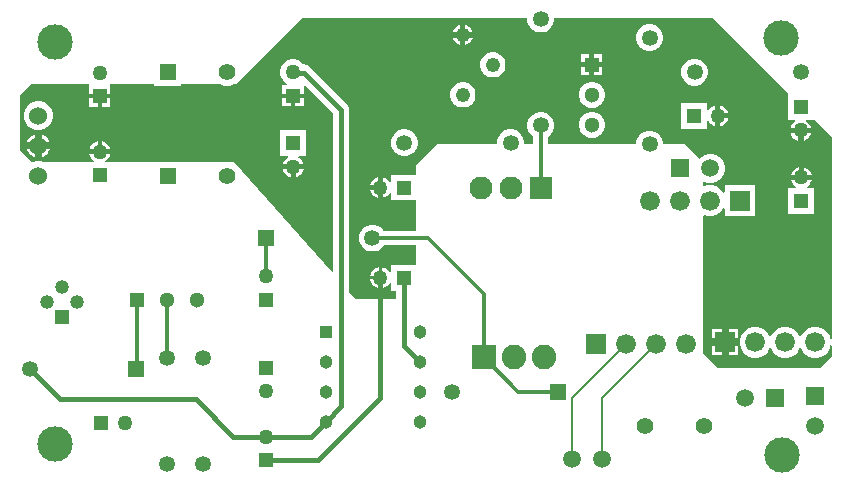
<source format=gtl>
G04*
G04 #@! TF.GenerationSoftware,Altium Limited,Altium Designer,21.2.2 (38)*
G04*
G04 Layer_Physical_Order=1*
G04 Layer_Color=255*
%FSLAX25Y25*%
%MOIN*%
G70*
G04*
G04 #@! TF.SameCoordinates,D283CC76-0160-4898-B3E9-D7649964E2CE*
G04*
G04*
G04 #@! TF.FilePolarity,Positive*
G04*
G01*
G75*
%ADD42C,0.01200*%
%ADD43C,0.00800*%
%ADD44C,0.01800*%
%ADD45C,0.03000*%
%ADD46C,0.05020*%
%ADD47R,0.05020X0.05020*%
%ADD48C,0.05512*%
%ADD49R,0.05512X0.05512*%
%ADD50C,0.06000*%
%ADD51C,0.04654*%
%ADD52R,0.04654X0.04654*%
%ADD53C,0.05118*%
%ADD54R,0.05118X0.05118*%
%ADD55C,0.05315*%
%ADD56R,0.05315X0.05315*%
%ADD57R,0.05020X0.05020*%
%ADD58C,0.04461*%
%ADD59R,0.04461X0.04461*%
%ADD60C,0.06614*%
%ADD61R,0.06614X0.06614*%
%ADD62R,0.05906X0.05906*%
%ADD63C,0.05906*%
%ADD64R,0.05906X0.05906*%
%ADD65C,0.08209*%
%ADD66R,0.08209X0.08209*%
%ADD67R,0.05118X0.05118*%
%ADD68C,0.04842*%
%ADD69R,0.07618X0.07618*%
%ADD70C,0.07618*%
%ADD71C,0.11811*%
G36*
X453727Y347273D02*
X453881Y346819D01*
X453881D01*
X453881Y346819D01*
Y338199D01*
X456344D01*
X456478Y337699D01*
X456036Y337444D01*
X455382Y336790D01*
X454920Y335990D01*
X454798Y335535D01*
X458191D01*
X461583D01*
X461461Y335990D01*
X460999Y336790D01*
X460346Y337444D01*
X459903Y337699D01*
X460037Y338199D01*
X462500D01*
X462500Y338199D01*
Y338199D01*
X462950Y338050D01*
X468500Y332500D01*
X468500Y265138D01*
X468000Y265072D01*
X467759Y265971D01*
X467087Y267136D01*
X466136Y268087D01*
X464971Y268759D01*
X463672Y269107D01*
X462328D01*
X461029Y268759D01*
X459864Y268087D01*
X458913Y267136D01*
X458265Y266014D01*
X458011Y265971D01*
X457989D01*
X457735Y266014D01*
X457087Y267136D01*
X456136Y268087D01*
X454971Y268759D01*
X453672Y269107D01*
X452328D01*
X451029Y268759D01*
X449864Y268087D01*
X448913Y267136D01*
X448265Y266014D01*
X448011Y265971D01*
X447989D01*
X447735Y266014D01*
X447087Y267136D01*
X446136Y268087D01*
X444971Y268759D01*
X443672Y269107D01*
X442328D01*
X441029Y268759D01*
X439864Y268087D01*
X438913Y267136D01*
X438241Y265971D01*
X437893Y264672D01*
Y263328D01*
X438241Y262029D01*
X438913Y260864D01*
X439864Y259913D01*
X441029Y259241D01*
X442328Y258893D01*
X443672D01*
X444971Y259241D01*
X446136Y259913D01*
X447087Y260864D01*
X447735Y261986D01*
X447989Y262029D01*
X448011D01*
X448265Y261986D01*
X448913Y260864D01*
X449864Y259913D01*
X451029Y259241D01*
X452328Y258893D01*
X453672D01*
X454971Y259241D01*
X456136Y259913D01*
X457087Y260864D01*
X457735Y261986D01*
X457989Y262029D01*
X458011D01*
X458265Y261986D01*
X458913Y260864D01*
X459864Y259913D01*
X461029Y259241D01*
X462328Y258893D01*
X463672D01*
X464971Y259241D01*
X466136Y259913D01*
X467087Y260864D01*
X467759Y262029D01*
X468000Y262928D01*
X468500Y262862D01*
Y259500D01*
X464500Y255500D01*
X430500Y255500D01*
X425500Y260500D01*
X425500Y306168D01*
X426000Y306421D01*
X427191Y306102D01*
X428536D01*
X429835Y306450D01*
X430999Y307122D01*
X431950Y308073D01*
X432256Y308603D01*
X432756Y308469D01*
Y306102D01*
X442970D01*
Y316316D01*
X432756D01*
Y313948D01*
X432256Y313814D01*
X431950Y314345D01*
X430999Y315295D01*
X429835Y315968D01*
X428536Y316316D01*
X427191D01*
X426000Y315997D01*
X425500Y316249D01*
Y317455D01*
X425933Y317705D01*
X426165Y317571D01*
X427374Y317247D01*
X428626D01*
X429835Y317571D01*
X430918Y318197D01*
X431803Y319082D01*
X432429Y320165D01*
X432753Y321374D01*
Y322626D01*
X432429Y323834D01*
X431803Y324918D01*
X430918Y325803D01*
X429835Y326429D01*
X428626Y326753D01*
X427374D01*
X426165Y326429D01*
X425082Y325803D01*
X424389Y325111D01*
X422753Y326747D01*
Y326753D01*
X422747D01*
X419500Y330000D01*
X412224Y330000D01*
Y330678D01*
X411920Y331812D01*
X411334Y332828D01*
X410504Y333658D01*
X409487Y334245D01*
X408354Y334549D01*
X407180D01*
X406046Y334245D01*
X405030Y333658D01*
X404200Y332828D01*
X403613Y331812D01*
X403309Y330678D01*
Y330000D01*
X373947Y330000D01*
Y332549D01*
X374237Y332717D01*
X375067Y333546D01*
X375654Y334563D01*
X375957Y335697D01*
Y336870D01*
X375654Y338004D01*
X375067Y339020D01*
X374237Y339850D01*
X373220Y340437D01*
X372087Y340741D01*
X370913D01*
X369779Y340437D01*
X368763Y339850D01*
X367933Y339020D01*
X367346Y338004D01*
X367042Y336870D01*
Y335697D01*
X367346Y334563D01*
X367933Y333546D01*
X368763Y332717D01*
X369053Y332549D01*
Y330000D01*
X365891D01*
Y331087D01*
X365587Y332221D01*
X365000Y333237D01*
X364170Y334067D01*
X363154Y334654D01*
X362020Y334958D01*
X360846D01*
X359713Y334654D01*
X358696Y334067D01*
X357866Y333237D01*
X357279Y332221D01*
X356976Y331087D01*
Y330000D01*
X337000Y330000D01*
X330000Y323000D01*
Y319873D01*
X321627D01*
Y317409D01*
X321127Y317275D01*
X320872Y317718D01*
X320218Y318372D01*
X319418Y318834D01*
X318813Y318996D01*
Y315563D01*
Y312130D01*
X319418Y312292D01*
X320218Y312754D01*
X320872Y313408D01*
X321127Y313851D01*
X321627Y313717D01*
Y311253D01*
X330000D01*
X330000Y301155D01*
X319086D01*
X318918Y301445D01*
X318088Y302275D01*
X317072Y302862D01*
X315938Y303166D01*
X314764D01*
X313631Y302862D01*
X312614Y302275D01*
X311784Y301445D01*
X311197Y300429D01*
X310894Y299295D01*
Y298121D01*
X311197Y296988D01*
X311784Y295971D01*
X312614Y295141D01*
X313631Y294554D01*
X314764Y294250D01*
X315938D01*
X317072Y294554D01*
X318088Y295141D01*
X318918Y295971D01*
X319086Y296261D01*
X330000D01*
X330000Y289851D01*
X321628D01*
Y287388D01*
X321128Y287254D01*
X320872Y287697D01*
X320219Y288350D01*
X319419Y288812D01*
X318564Y289041D01*
Y285542D01*
Y282042D01*
X319419Y282271D01*
X320219Y282733D01*
X320872Y283386D01*
X321128Y283829D01*
X321628Y283695D01*
Y281232D01*
X323215D01*
Y278911D01*
X322803Y278500D01*
X309857Y278500D01*
X307723Y280890D01*
Y341500D01*
X307630Y342205D01*
X307358Y342862D01*
X306926Y343426D01*
X294524Y355827D01*
X293960Y356260D01*
X293304Y356532D01*
X292599Y356625D01*
X292354D01*
X291553Y357426D01*
X290570Y357993D01*
X289474Y358287D01*
X288339D01*
X287243Y357993D01*
X286260Y357426D01*
X285458Y356623D01*
X284890Y355640D01*
X284597Y354544D01*
Y353409D01*
X284890Y352313D01*
X285458Y351330D01*
X286260Y350528D01*
X286980Y350113D01*
X286846Y349613D01*
X285397D01*
Y346853D01*
X288907D01*
X292416D01*
Y349525D01*
X292832Y349817D01*
X302277Y340372D01*
Y287691D01*
X301810Y287513D01*
X269232Y324000D01*
X267651D01*
X267442Y324056D01*
X266243D01*
X266034Y324000D01*
X251713D01*
Y324056D01*
X242602D01*
Y324000D01*
X226458Y324000D01*
X226324Y324500D01*
X226655Y324691D01*
X227309Y325345D01*
X227771Y326145D01*
X227933Y326750D01*
X224500D01*
X221067D01*
X221229Y326145D01*
X221691Y325345D01*
X222345Y324691D01*
X222676Y324500D01*
X222543Y324000D01*
X205752D01*
X204632Y324300D01*
X203368D01*
X202248Y324000D01*
X202000D01*
X198000Y328000D01*
X198000Y346500D01*
X201500Y350000D01*
X220966Y350000D01*
X220990Y349500D01*
Y346750D01*
X224500D01*
X228010D01*
Y349500D01*
X228010Y349510D01*
X228034Y350000D01*
X242602Y350000D01*
Y349444D01*
X251713D01*
Y350000D01*
X264659Y350000D01*
X265084Y349755D01*
X266243Y349444D01*
X267442D01*
X268601Y349755D01*
X269026Y350000D01*
X270000D01*
X292000Y372000D01*
X367042Y372000D01*
Y371130D01*
X367346Y369996D01*
X367933Y368980D01*
X368763Y368150D01*
X369779Y367563D01*
X370913Y367259D01*
X372087D01*
X373220Y367563D01*
X374237Y368150D01*
X375067Y368980D01*
X375654Y369996D01*
X375957Y371130D01*
Y372000D01*
X429000Y372000D01*
X453727Y347273D01*
D02*
G37*
%LPC*%
G36*
X346393Y369781D02*
Y367380D01*
X348794D01*
X348681Y367801D01*
X348231Y368581D01*
X347593Y369218D01*
X346813Y369668D01*
X346393Y369781D01*
D02*
G37*
G36*
X344593Y369781D02*
X344172Y369668D01*
X343392Y369218D01*
X342755Y368581D01*
X342305Y367801D01*
X342192Y367380D01*
X344593D01*
Y369781D01*
D02*
G37*
G36*
X348794Y365580D02*
X346393D01*
Y363179D01*
X346813Y363292D01*
X347593Y363743D01*
X348231Y364380D01*
X348681Y365160D01*
X348794Y365580D01*
D02*
G37*
G36*
X344593D02*
X342192D01*
X342305Y365160D01*
X342755Y364380D01*
X343392Y363743D01*
X344172Y363292D01*
X344593Y363179D01*
Y365580D01*
D02*
G37*
G36*
X408354Y369982D02*
X407180D01*
X406046Y369678D01*
X405030Y369091D01*
X404200Y368261D01*
X403613Y367245D01*
X403309Y366111D01*
Y364937D01*
X403613Y363804D01*
X404200Y362787D01*
X405030Y361957D01*
X406046Y361371D01*
X407180Y361067D01*
X408354D01*
X409487Y361371D01*
X410504Y361957D01*
X411334Y362787D01*
X411920Y363804D01*
X412224Y364937D01*
Y366111D01*
X411920Y367245D01*
X411334Y368261D01*
X410504Y369091D01*
X409487Y369678D01*
X408354Y369982D01*
D02*
G37*
G36*
X392059Y360059D02*
X389400D01*
Y357400D01*
X392059D01*
Y360059D01*
D02*
G37*
G36*
X387600D02*
X384941D01*
Y357400D01*
X387600D01*
Y360059D01*
D02*
G37*
G36*
X392059Y355600D02*
X389400D01*
Y352941D01*
X392059D01*
Y355600D01*
D02*
G37*
G36*
X387600D02*
X384941D01*
Y352941D01*
X387600D01*
Y355600D01*
D02*
G37*
G36*
X356029Y360713D02*
X354917D01*
X353844Y360426D01*
X352881Y359870D01*
X352095Y359084D01*
X351540Y358121D01*
X351252Y357048D01*
Y355936D01*
X351540Y354863D01*
X352095Y353900D01*
X352881Y353114D01*
X353844Y352558D01*
X354917Y352271D01*
X356029D01*
X357102Y352558D01*
X358065Y353114D01*
X358851Y353900D01*
X359407Y354863D01*
X359694Y355936D01*
Y357048D01*
X359407Y358121D01*
X358851Y359084D01*
X358065Y359870D01*
X357102Y360426D01*
X356029Y360713D01*
D02*
G37*
G36*
X423370Y358457D02*
X422197D01*
X421063Y358154D01*
X420047Y357567D01*
X419217Y356737D01*
X418630Y355720D01*
X418326Y354587D01*
Y353413D01*
X418630Y352279D01*
X419217Y351263D01*
X420047Y350433D01*
X421063Y349846D01*
X422197Y349542D01*
X423370D01*
X424504Y349846D01*
X425520Y350433D01*
X426350Y351263D01*
X426937Y352279D01*
X427241Y353413D01*
Y354587D01*
X426937Y355720D01*
X426350Y356737D01*
X425520Y357567D01*
X424504Y358154D01*
X423370Y358457D01*
D02*
G37*
G36*
X292416Y345353D02*
X289656D01*
Y342593D01*
X292416D01*
Y345353D01*
D02*
G37*
G36*
X288157D02*
X285397D01*
Y342593D01*
X288157D01*
Y345353D01*
D02*
G37*
G36*
X228010Y345250D02*
X225250D01*
Y342490D01*
X228010D01*
Y345250D01*
D02*
G37*
G36*
X223750D02*
X220990D01*
Y342490D01*
X223750D01*
Y345250D01*
D02*
G37*
G36*
X346049Y350721D02*
X344937D01*
X343864Y350434D01*
X342901Y349878D01*
X342115Y349092D01*
X341559Y348129D01*
X341272Y347056D01*
Y345944D01*
X341559Y344871D01*
X342115Y343908D01*
X342901Y343122D01*
X343864Y342566D01*
X344937Y342279D01*
X346049D01*
X347122Y342566D01*
X348085Y343122D01*
X348871Y343908D01*
X349426Y344871D01*
X349714Y345944D01*
Y347056D01*
X349426Y348129D01*
X348871Y349092D01*
X348085Y349878D01*
X347122Y350434D01*
X346049Y350721D01*
D02*
G37*
G36*
X389074Y350859D02*
X387926D01*
X386818Y350562D01*
X385823Y349988D01*
X385012Y349177D01*
X384438Y348183D01*
X384141Y347074D01*
Y345926D01*
X384438Y344817D01*
X385012Y343824D01*
X385823Y343012D01*
X386818Y342438D01*
X387926Y342141D01*
X389074D01*
X390182Y342438D01*
X391177Y343012D01*
X391988Y343824D01*
X392562Y344817D01*
X392859Y345926D01*
Y347074D01*
X392562Y348183D01*
X391988Y349177D01*
X391177Y349988D01*
X390182Y350562D01*
X389074Y350859D01*
D02*
G37*
G36*
X431400Y342893D02*
Y340400D01*
X433892D01*
X433771Y340855D01*
X433309Y341655D01*
X432655Y342309D01*
X431855Y342771D01*
X431400Y342893D01*
D02*
G37*
G36*
X433892Y338600D02*
X431400D01*
Y336107D01*
X431855Y336229D01*
X432655Y336691D01*
X433309Y337345D01*
X433771Y338145D01*
X433892Y338600D01*
D02*
G37*
G36*
X426936Y343810D02*
X418316D01*
Y335190D01*
X426936D01*
Y337654D01*
X427436Y337788D01*
X427691Y337345D01*
X428345Y336691D01*
X429145Y336229D01*
X429600Y336107D01*
Y339500D01*
Y342893D01*
X429145Y342771D01*
X428345Y342309D01*
X427691Y341655D01*
X427436Y341212D01*
X426936Y341346D01*
Y343810D01*
D02*
G37*
G36*
X204632Y344300D02*
X203368D01*
X202147Y343973D01*
X201053Y343341D01*
X200159Y342447D01*
X199527Y341353D01*
X199200Y340132D01*
Y338868D01*
X199527Y337647D01*
X200159Y336553D01*
X201053Y335659D01*
X202147Y335027D01*
X203368Y334700D01*
X204632D01*
X205853Y335027D01*
X206947Y335659D01*
X207841Y336553D01*
X208473Y337647D01*
X208800Y338868D01*
Y340132D01*
X208473Y341353D01*
X207841Y342447D01*
X206947Y343341D01*
X205853Y343973D01*
X204632Y344300D01*
D02*
G37*
G36*
X389074Y340859D02*
X387926D01*
X386818Y340562D01*
X385823Y339988D01*
X385012Y339177D01*
X384438Y338182D01*
X384141Y337074D01*
Y335926D01*
X384438Y334818D01*
X385012Y333823D01*
X385823Y333012D01*
X386818Y332438D01*
X387926Y332141D01*
X389074D01*
X390182Y332438D01*
X391177Y333012D01*
X391988Y333823D01*
X392562Y334818D01*
X392859Y335926D01*
Y337074D01*
X392562Y338182D01*
X391988Y339177D01*
X391177Y339988D01*
X390182Y340562D01*
X389074Y340859D01*
D02*
G37*
G36*
X461583Y333735D02*
X459091D01*
Y331243D01*
X459545Y331365D01*
X460346Y331827D01*
X460999Y332480D01*
X461461Y333280D01*
X461583Y333735D01*
D02*
G37*
G36*
X457291D02*
X454798D01*
X454920Y333280D01*
X455382Y332480D01*
X456036Y331827D01*
X456836Y331365D01*
X457291Y331243D01*
Y333735D01*
D02*
G37*
G36*
X205250Y333306D02*
Y330750D01*
X207806D01*
X207727Y331044D01*
X207201Y331956D01*
X206456Y332701D01*
X205544Y333227D01*
X205250Y333306D01*
D02*
G37*
G36*
X202750D02*
X202456Y333227D01*
X201544Y332701D01*
X200799Y331956D01*
X200273Y331044D01*
X200194Y330750D01*
X202750D01*
Y333306D01*
D02*
G37*
G36*
X225250Y330933D02*
Y328250D01*
X227933D01*
X227771Y328855D01*
X227309Y329655D01*
X226655Y330309D01*
X225855Y330771D01*
X225250Y330933D01*
D02*
G37*
G36*
X223750D02*
X223145Y330771D01*
X222345Y330309D01*
X221691Y329655D01*
X221229Y328855D01*
X221067Y328250D01*
X223750D01*
Y330933D01*
D02*
G37*
G36*
X326587Y334958D02*
X325413D01*
X324279Y334654D01*
X323263Y334067D01*
X322433Y333237D01*
X321846Y332221D01*
X321543Y331087D01*
Y329913D01*
X321846Y328780D01*
X322433Y327763D01*
X323263Y326933D01*
X324279Y326346D01*
X325413Y326043D01*
X326587D01*
X327720Y326346D01*
X328737Y326933D01*
X329567Y327763D01*
X330154Y328780D01*
X330457Y329913D01*
Y331087D01*
X330154Y332221D01*
X329567Y333237D01*
X328737Y334067D01*
X327720Y334654D01*
X326587Y334958D01*
D02*
G37*
G36*
X207806Y328250D02*
X205250D01*
Y325694D01*
X205544Y325773D01*
X206456Y326299D01*
X207201Y327044D01*
X207727Y327956D01*
X207806Y328250D01*
D02*
G37*
G36*
X202750D02*
X200194D01*
X200273Y327956D01*
X200799Y327044D01*
X201544Y326299D01*
X202456Y325773D01*
X202750Y325694D01*
Y328250D01*
D02*
G37*
G36*
X293310Y334684D02*
X284690D01*
Y326064D01*
X287154D01*
X287288Y325564D01*
X286845Y325309D01*
X286191Y324655D01*
X285729Y323855D01*
X285567Y323250D01*
X289000D01*
X292433D01*
X292271Y323855D01*
X291809Y324655D01*
X291155Y325309D01*
X290712Y325564D01*
X290846Y326064D01*
X293310D01*
Y334684D01*
D02*
G37*
G36*
X459264Y322352D02*
Y319860D01*
X461757D01*
X461635Y320315D01*
X461173Y321115D01*
X460519Y321768D01*
X459719Y322231D01*
X459264Y322352D01*
D02*
G37*
G36*
X457464D02*
X457009Y322231D01*
X456209Y321768D01*
X455556Y321115D01*
X455093Y320315D01*
X454972Y319860D01*
X457464D01*
Y322352D01*
D02*
G37*
G36*
X292433Y321750D02*
X289750D01*
Y319067D01*
X290355Y319229D01*
X291155Y319691D01*
X291809Y320345D01*
X292271Y321145D01*
X292433Y321750D01*
D02*
G37*
G36*
X288250D02*
X285567D01*
X285729Y321145D01*
X286191Y320345D01*
X286845Y319691D01*
X287645Y319229D01*
X288250Y319067D01*
Y321750D01*
D02*
G37*
G36*
X317313Y318996D02*
X316708Y318834D01*
X315908Y318372D01*
X315254Y317718D01*
X314792Y316918D01*
X314630Y316313D01*
X317313D01*
Y318996D01*
D02*
G37*
G36*
Y314813D02*
X314630D01*
X314792Y314208D01*
X315254Y313408D01*
X315908Y312754D01*
X316708Y312292D01*
X317313Y312130D01*
Y314813D01*
D02*
G37*
G36*
X461757Y318060D02*
X458364D01*
X454972D01*
X455093Y317605D01*
X455556Y316805D01*
X456209Y316151D01*
X456652Y315896D01*
X456518Y315396D01*
X454054D01*
Y306776D01*
X462674D01*
Y315396D01*
X460211D01*
X460077Y315896D01*
X460519Y316151D01*
X461173Y316805D01*
X461635Y317605D01*
X461757Y318060D01*
D02*
G37*
G36*
X317564Y289041D02*
X316709Y288812D01*
X315909Y288350D01*
X315255Y287697D01*
X314793Y286896D01*
X314564Y286042D01*
X317564D01*
Y289041D01*
D02*
G37*
G36*
Y285042D02*
X314564D01*
X314793Y284187D01*
X315255Y283386D01*
X315909Y282733D01*
X316709Y282271D01*
X317564Y282042D01*
Y285042D01*
D02*
G37*
G36*
X437307Y268307D02*
X434250D01*
Y265250D01*
X437307D01*
Y268307D01*
D02*
G37*
G36*
X431750D02*
X428693D01*
Y265250D01*
X431750D01*
Y268307D01*
D02*
G37*
G36*
X437307Y262750D02*
X434250D01*
Y259693D01*
X437307D01*
Y262750D01*
D02*
G37*
G36*
X431750D02*
X428693D01*
Y259693D01*
X431750D01*
Y262750D01*
D02*
G37*
%LPD*%
D42*
X352500Y259000D02*
X364000Y247500D01*
X377217D01*
X352500Y259000D02*
Y280000D01*
X333792Y298708D02*
X352500Y280000D01*
X315351Y298708D02*
X333792D01*
X318000Y285478D02*
X318064Y285542D01*
X280000Y286000D02*
Y298626D01*
X279918Y298708D02*
X280000Y298626D01*
X247000Y258717D02*
Y278000D01*
X237000Y255283D02*
Y278000D01*
X236717Y255000D02*
X237000Y255283D01*
X371500Y315500D02*
Y336283D01*
X361467Y315533D02*
X361500Y315500D01*
X361433Y330500D02*
X361467Y330467D01*
X407562Y330296D02*
X407767Y330091D01*
D43*
X382000Y225000D02*
Y245500D01*
X400000Y263500D01*
X392000Y225000D02*
Y245500D01*
X410000Y263500D01*
D44*
X305000Y242626D02*
Y341500D01*
X292599Y353901D02*
X305000Y341500D01*
X299874Y237500D02*
X305000Y242626D01*
X288907Y353977D02*
X288982Y353901D01*
X292599D01*
X297126Y224626D02*
X318000Y245500D01*
Y285478D01*
X280000Y224626D02*
X297126D01*
X256500Y245000D02*
X269000Y232500D01*
X211283Y245000D02*
X256500D01*
X269000Y232500D02*
X280000D01*
X294874D01*
X299874Y237500D01*
X201284Y255000D02*
X211283Y245000D01*
X325938Y262688D02*
Y285542D01*
Y262688D02*
X331126Y257500D01*
D45*
X458303Y311147D02*
X458364Y311086D01*
X437863Y311209D02*
X437925Y311147D01*
X361467Y330467D02*
X361637Y330296D01*
X407815Y311257D02*
X407863Y311209D01*
X407767Y330091D02*
X407815Y330043D01*
D46*
X458364Y318960D02*
D03*
X458191Y334635D02*
D03*
X289000Y322500D02*
D03*
X288907Y353977D02*
D03*
X224500Y353874D02*
D03*
Y327500D02*
D03*
X232874Y237000D02*
D03*
X280000Y286000D02*
D03*
X318063Y315563D02*
D03*
X318064Y285542D02*
D03*
X280000Y247626D02*
D03*
Y232500D02*
D03*
X430500Y339500D02*
D03*
D47*
X289000Y330374D02*
D03*
X288907Y346103D02*
D03*
X224500Y346000D02*
D03*
Y319626D02*
D03*
X280000Y278126D02*
D03*
Y255500D02*
D03*
Y224626D02*
D03*
X458191Y342509D02*
D03*
X458364Y311086D02*
D03*
D48*
X266843Y319500D02*
D03*
X425843Y236000D02*
D03*
X406157D02*
D03*
X266843Y354000D02*
D03*
D49*
X247158Y319500D02*
D03*
Y354000D02*
D03*
D50*
X204000Y339500D02*
D03*
Y329500D02*
D03*
Y319500D02*
D03*
D51*
X207000Y277500D02*
D03*
X212000Y282500D02*
D03*
X217000Y277500D02*
D03*
D52*
X212000Y272500D02*
D03*
D53*
X257000Y278000D02*
D03*
X247000D02*
D03*
X388500Y336500D02*
D03*
Y346500D02*
D03*
D54*
X237000Y278000D02*
D03*
D55*
X201284Y255000D02*
D03*
X259000Y223284D02*
D03*
Y258717D02*
D03*
X315351Y298708D02*
D03*
X361433Y330500D02*
D03*
X326000D02*
D03*
X341783Y247500D02*
D03*
X247000Y258717D02*
D03*
Y223284D02*
D03*
X407767Y330091D02*
D03*
Y365524D02*
D03*
X371500Y336283D02*
D03*
Y371716D02*
D03*
X458216Y354000D02*
D03*
X422784D02*
D03*
D56*
X236717Y255000D02*
D03*
X279918Y298708D02*
D03*
X377217Y247500D02*
D03*
D57*
X225000Y237000D02*
D03*
X325937Y315563D02*
D03*
X325938Y285542D02*
D03*
X422626Y339500D02*
D03*
D58*
X331126Y267500D02*
D03*
Y257500D02*
D03*
Y247500D02*
D03*
Y237500D02*
D03*
X299874D02*
D03*
Y247500D02*
D03*
Y257500D02*
D03*
D59*
Y267500D02*
D03*
D60*
X420000Y263500D02*
D03*
X410000D02*
D03*
X400000D02*
D03*
X443000Y264000D02*
D03*
X453000D02*
D03*
X463000D02*
D03*
X407863Y311209D02*
D03*
X417863D02*
D03*
X427863D02*
D03*
D61*
X390000Y263500D02*
D03*
X433000Y264000D02*
D03*
X437863Y311209D02*
D03*
D62*
X418000Y322000D02*
D03*
X449500Y245500D02*
D03*
D63*
X428000Y322000D02*
D03*
X392000Y225000D02*
D03*
X382000D02*
D03*
X439500Y245500D02*
D03*
X463000Y236000D02*
D03*
D64*
Y246000D02*
D03*
D65*
X372500Y259000D02*
D03*
X362500D02*
D03*
D66*
X352500D02*
D03*
D67*
X388500Y356500D02*
D03*
D68*
X345493Y346500D02*
D03*
X355473Y356492D02*
D03*
X345493Y366480D02*
D03*
D69*
X371500Y315500D02*
D03*
D70*
X361500D02*
D03*
X351500D02*
D03*
D71*
X451500Y365500D02*
D03*
X452000Y226500D02*
D03*
X209500Y230000D02*
D03*
Y364000D02*
D03*
M02*

</source>
